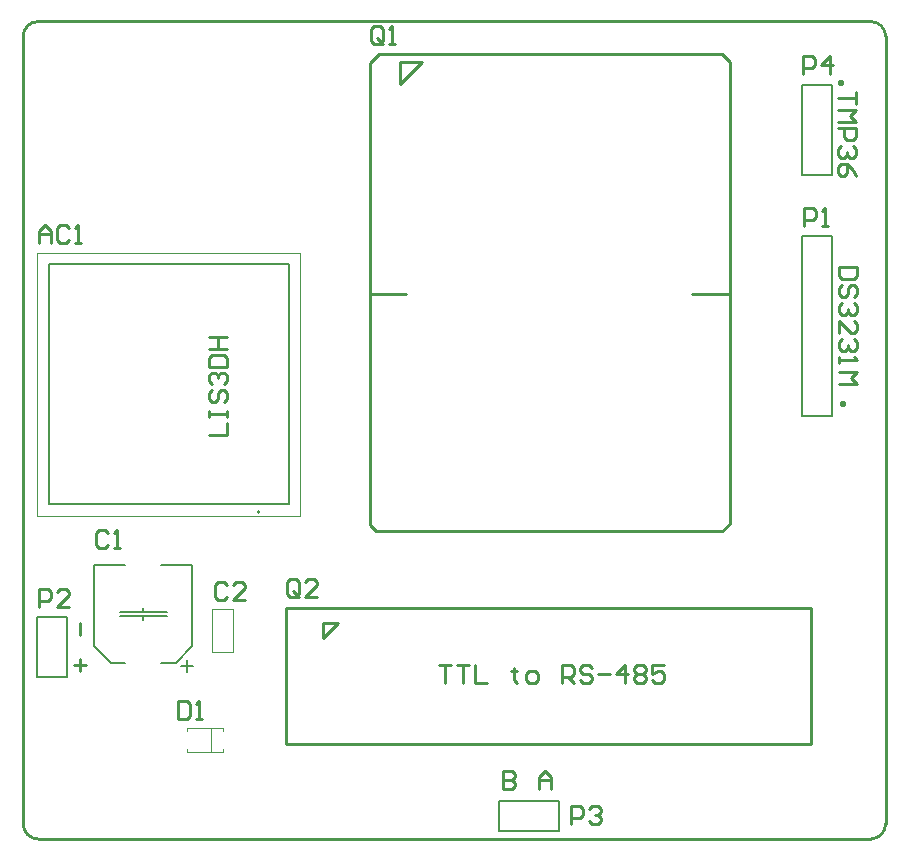
<source format=gto>
G04 Layer_Color=65535*
%FSLAX25Y25*%
%MOIN*%
G70*
G01*
G75*
%ADD14C,0.01000*%
%ADD15C,0.00787*%
%ADD16C,0.00394*%
%ADD25C,0.00600*%
D14*
X263500Y371500D02*
Y379000D01*
Y371500D02*
X271000Y379000D01*
X263500D02*
X271000D01*
X253500Y224500D02*
X255500Y222500D01*
X371000D01*
X373500Y225000D01*
Y379000D01*
X371000Y381500D02*
X373500Y379000D01*
X256500Y381500D02*
X371000D01*
X253500Y378500D02*
X256500Y381500D01*
X253500Y224500D02*
Y378500D01*
Y301500D02*
X265500D01*
X361000D02*
X373500D01*
X225500Y151500D02*
Y197000D01*
Y151500D02*
X400500D01*
Y154500D01*
Y197000D01*
X225500D02*
X400500D01*
X238000Y187000D02*
Y192000D01*
Y187000D02*
X243000Y192000D01*
X238000D02*
X243000D01*
X200002Y254500D02*
X206000D01*
Y258499D01*
X200002Y260498D02*
Y262497D01*
Y261498D01*
X206000D01*
Y260498D01*
Y262497D01*
X201002Y269495D02*
X200002Y268495D01*
Y266496D01*
X201002Y265496D01*
X202001D01*
X203001Y266496D01*
Y268495D01*
X204001Y269495D01*
X205000D01*
X206000Y268495D01*
Y266496D01*
X205000Y265496D01*
X201002Y271495D02*
X200002Y272494D01*
Y274494D01*
X201002Y275493D01*
X202001D01*
X203001Y274494D01*
Y273494D01*
Y274494D01*
X204001Y275493D01*
X205000D01*
X206000Y274494D01*
Y272494D01*
X205000Y271495D01*
X200002Y277493D02*
X206000D01*
Y280492D01*
X205000Y281491D01*
X201002D01*
X200002Y280492D01*
Y277493D01*
Y283491D02*
X206000D01*
X203001D01*
Y287489D01*
X200002D01*
X206000D01*
X298000Y142498D02*
Y136500D01*
X300999D01*
X301999Y137500D01*
Y138499D01*
X300999Y139499D01*
X298000D01*
X300999D01*
X301999Y140499D01*
Y141498D01*
X300999Y142498D01*
X298000D01*
X309996Y136500D02*
Y140499D01*
X311996Y142498D01*
X313995Y140499D01*
Y136500D01*
Y139499D01*
X309996D01*
X320500Y125000D02*
Y130998D01*
X323499D01*
X324499Y129998D01*
Y127999D01*
X323499Y126999D01*
X320500D01*
X326498Y129998D02*
X327498Y130998D01*
X329497D01*
X330497Y129998D01*
Y128999D01*
X329497Y127999D01*
X328497D01*
X329497D01*
X330497Y126999D01*
Y126000D01*
X329497Y125000D01*
X327498D01*
X326498Y126000D01*
X156999Y192000D02*
Y188001D01*
Y180004D02*
Y176005D01*
X158998Y178005D02*
X155000D01*
X410500Y265500D02*
X411500D01*
Y264500D01*
X410500D01*
Y265500D01*
X415998Y310500D02*
X410000D01*
Y307501D01*
X411000Y306501D01*
X414998D01*
X415998Y307501D01*
Y310500D01*
X414998Y300503D02*
X415998Y301503D01*
Y303502D01*
X414998Y304502D01*
X413999D01*
X412999Y303502D01*
Y301503D01*
X411999Y300503D01*
X411000D01*
X410000Y301503D01*
Y303502D01*
X411000Y304502D01*
X414998Y298504D02*
X415998Y297504D01*
Y295505D01*
X414998Y294505D01*
X413999D01*
X412999Y295505D01*
Y296504D01*
Y295505D01*
X411999Y294505D01*
X411000D01*
X410000Y295505D01*
Y297504D01*
X411000Y298504D01*
X410000Y288507D02*
Y292506D01*
X413999Y288507D01*
X414998D01*
X415998Y289507D01*
Y291506D01*
X414998Y292506D01*
Y286508D02*
X415998Y285508D01*
Y283509D01*
X414998Y282509D01*
X413999D01*
X412999Y283509D01*
Y284508D01*
Y283509D01*
X411999Y282509D01*
X411000D01*
X410000Y283509D01*
Y285508D01*
X411000Y286508D01*
X410000Y280510D02*
Y278510D01*
Y279510D01*
X415998D01*
X414998Y280510D01*
X410000Y275511D02*
X415998D01*
X413999Y273512D01*
X415998Y271513D01*
X410000D01*
X415498Y369000D02*
Y365001D01*
Y367001D01*
X409500D01*
Y363002D02*
X415498D01*
X413499Y361003D01*
X415498Y359003D01*
X409500D01*
Y357004D02*
X415498D01*
Y354005D01*
X414498Y353005D01*
X412499D01*
X411499Y354005D01*
Y357004D01*
X414498Y351006D02*
X415498Y350006D01*
Y348007D01*
X414498Y347007D01*
X413499D01*
X412499Y348007D01*
Y349007D01*
Y348007D01*
X411499Y347007D01*
X410500D01*
X409500Y348007D01*
Y350006D01*
X410500Y351006D01*
X415498Y341009D02*
X414498Y343008D01*
X412499Y345008D01*
X410500D01*
X409500Y344008D01*
Y342009D01*
X410500Y341009D01*
X411499D01*
X412499Y342009D01*
Y345008D01*
X410000Y372500D02*
X411000D01*
Y371500D01*
X410000D01*
Y372500D01*
X257949Y385950D02*
Y389948D01*
X256949Y390948D01*
X254950D01*
X253950Y389948D01*
Y385950D01*
X254950Y384950D01*
X256949D01*
X255949Y386949D02*
X257949Y384950D01*
X256949D02*
X257949Y385950D01*
X259948Y384950D02*
X261947D01*
X260948D01*
Y390948D01*
X259948Y389948D01*
X398100Y374853D02*
Y380851D01*
X401099D01*
X402099Y379851D01*
Y377852D01*
X401099Y376852D01*
X398100D01*
X407097Y374853D02*
Y380851D01*
X404098Y377852D01*
X408097D01*
X143400Y318600D02*
Y322599D01*
X145399Y324598D01*
X147399Y322599D01*
Y318600D01*
Y321599D01*
X143400D01*
X153397Y323598D02*
X152397Y324598D01*
X150398D01*
X149398Y323598D01*
Y319600D01*
X150398Y318600D01*
X152397D01*
X153397Y319600D01*
X155396Y318600D02*
X157396D01*
X156396D01*
Y324598D01*
X155396Y323598D01*
X398150Y324350D02*
Y330348D01*
X401149D01*
X402149Y329348D01*
Y327349D01*
X401149Y326349D01*
X398150D01*
X404148Y324350D02*
X406147D01*
X405148D01*
Y330348D01*
X404148Y329348D01*
X143360Y197400D02*
Y203398D01*
X146359D01*
X147359Y202398D01*
Y200399D01*
X146359Y199399D01*
X143360D01*
X153357Y197400D02*
X149358D01*
X153357Y201399D01*
Y202398D01*
X152357Y203398D01*
X150358D01*
X149358Y202398D01*
X189592Y166098D02*
Y160100D01*
X192591D01*
X193591Y161100D01*
Y165098D01*
X192591Y166098D01*
X189592D01*
X195590Y160100D02*
X197590D01*
X196590D01*
Y166098D01*
X195590Y165098D01*
X166299Y222098D02*
X165299Y223098D01*
X163300D01*
X162300Y222098D01*
Y218100D01*
X163300Y217100D01*
X165299D01*
X166299Y218100D01*
X168298Y217100D02*
X170297D01*
X169298D01*
Y223098D01*
X168298Y222098D01*
X205799Y204798D02*
X204799Y205798D01*
X202800D01*
X201800Y204798D01*
Y200800D01*
X202800Y199800D01*
X204799D01*
X205799Y200800D01*
X211797Y199800D02*
X207798D01*
X211797Y203799D01*
Y204798D01*
X210797Y205798D01*
X208798D01*
X207798Y204798D01*
X229999Y201500D02*
Y205498D01*
X228999Y206498D01*
X227000D01*
X226000Y205498D01*
Y201500D01*
X227000Y200500D01*
X228999D01*
X227999Y202499D02*
X229999Y200500D01*
X228999D02*
X229999Y201500D01*
X235997Y200500D02*
X231998D01*
X235997Y204499D01*
Y205498D01*
X234997Y206498D01*
X232998D01*
X231998Y205498D01*
X276500Y177998D02*
X280499D01*
X278499D01*
Y172000D01*
X282498Y177998D02*
X286497D01*
X284497D01*
Y172000D01*
X288496Y177998D02*
Y172000D01*
X292495D01*
X301492Y176998D02*
Y175999D01*
X300492D01*
X302492D01*
X301492D01*
Y173000D01*
X302492Y172000D01*
X306490D02*
X308490D01*
X309489Y173000D01*
Y174999D01*
X308490Y175999D01*
X306490D01*
X305491Y174999D01*
Y173000D01*
X306490Y172000D01*
X317487D02*
Y177998D01*
X320486D01*
X321485Y176998D01*
Y174999D01*
X320486Y173999D01*
X317487D01*
X319486D02*
X321485Y172000D01*
X327484Y176998D02*
X326484Y177998D01*
X324484D01*
X323485Y176998D01*
Y175999D01*
X324484Y174999D01*
X326484D01*
X327484Y173999D01*
Y173000D01*
X326484Y172000D01*
X324484D01*
X323485Y173000D01*
X329483Y174999D02*
X333482D01*
X338480Y172000D02*
Y177998D01*
X335481Y174999D01*
X339480D01*
X341479Y176998D02*
X342479Y177998D01*
X344478D01*
X345478Y176998D01*
Y175999D01*
X344478Y174999D01*
X345478Y173999D01*
Y173000D01*
X344478Y172000D01*
X342479D01*
X341479Y173000D01*
Y173999D01*
X342479Y174999D01*
X341479Y175999D01*
Y176998D01*
X342479Y174999D02*
X344478D01*
X351476Y177998D02*
X347477D01*
Y174999D01*
X349476Y175999D01*
X350476D01*
X351476Y174999D01*
Y173000D01*
X350476Y172000D01*
X348477D01*
X347477Y173000D01*
X143000Y392500D02*
G03*
X138000Y387500I0J-5000D01*
G01*
Y125000D02*
G03*
X143000Y120000I5000J0D01*
G01*
X420500D02*
G03*
X425500Y125000I0J5000D01*
G01*
Y387500D02*
G03*
X420500Y392500I-5000J0D01*
G01*
X143000D02*
X305000D01*
X138000Y125000D02*
Y387500D01*
X143000Y120000D02*
X420500D01*
X425500Y125000D02*
Y387500D01*
X305000Y392500D02*
X420500D01*
D15*
X216894Y229020D02*
G03*
X216106Y229020I-394J0D01*
G01*
D02*
G03*
X216894Y229020I394J0D01*
G01*
X316500Y122500D02*
Y132500D01*
X296500Y122500D02*
X316500D01*
X296500D02*
Y132500D01*
X316500D01*
X397500Y341453D02*
Y371453D01*
Y341453D02*
X407500D01*
Y371453D01*
X397500D02*
X407500D01*
X397500Y321000D02*
X407500D01*
X397500Y261000D02*
X407500D01*
X397500D02*
Y321000D01*
X407500Y261000D02*
Y321000D01*
X142760Y174000D02*
X152760D01*
X142760D02*
Y194000D01*
X152760D01*
Y174000D02*
Y194000D01*
X183905Y178661D02*
X188827D01*
X167173D02*
X172095D01*
X183905Y211339D02*
X194339D01*
X161661D02*
X172095D01*
X161661Y184173D02*
Y211339D01*
Y184173D02*
X167173Y178661D01*
X194339Y184173D02*
Y211339D01*
X188827Y178661D02*
X194339Y184173D01*
X146500Y231500D02*
X226500D01*
Y311500D01*
X146500D02*
X226500D01*
X146500Y231500D02*
Y311500D01*
D16*
Y231500D02*
X226500D01*
Y311500D01*
X146500D02*
X226500D01*
X146500Y231500D02*
Y311500D01*
X192683Y156937D02*
X204494D01*
Y156150D02*
Y156937D01*
X192683Y156150D02*
Y156937D01*
Y149063D02*
Y149850D01*
Y149063D02*
X204494D01*
Y149850D01*
X200557Y149063D02*
Y156937D01*
X200957Y182413D02*
X208043D01*
Y196587D01*
X200957D02*
X208043D01*
X200957Y182413D02*
Y196587D01*
X142563Y227563D02*
X230437D01*
Y315437D01*
X142563D02*
X230437D01*
X142563Y227563D02*
Y315437D01*
D25*
X192567Y177677D02*
Y179646D01*
X178000Y195787D02*
Y196968D01*
Y193032D02*
Y194213D01*
X170126D02*
X185874D01*
X170126Y195787D02*
X185874D01*
X190598Y177677D02*
X194535D01*
X192567Y175709D02*
Y177677D01*
M02*

</source>
